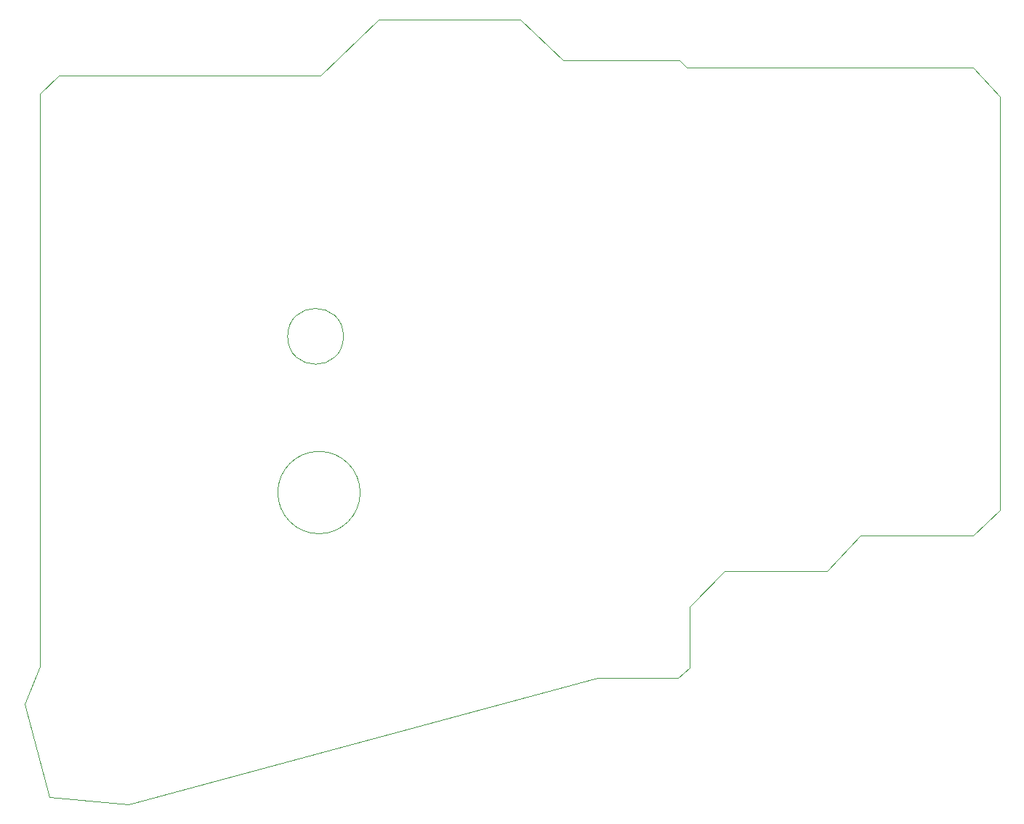
<source format=gbr>
G04 #@! TF.GenerationSoftware,KiCad,Pcbnew,(5.1.4)-1*
G04 #@! TF.CreationDate,2023-01-08T18:52:40-05:00*
G04 #@! TF.ProjectId,ThumbsUp,5468756d-6273-4557-902e-6b696361645f,rev?*
G04 #@! TF.SameCoordinates,Original*
G04 #@! TF.FileFunction,Profile,NP*
%FSLAX46Y46*%
G04 Gerber Fmt 4.6, Leading zero omitted, Abs format (unit mm)*
G04 Created by KiCad (PCBNEW (5.1.4)-1) date 2023-01-08 18:52:40*
%MOMM*%
%LPD*%
G04 APERTURE LIST*
%ADD10C,0.050000*%
G04 APERTURE END LIST*
D10*
X188800000Y-566000000D02*
G75*
G03X188800000Y-566000000I-4800000J0D01*
G01*
X186850000Y-547800000D02*
G75*
G03X186850000Y-547800000I-3250000J0D01*
G01*
X216412025Y-587610323D02*
X161803913Y-602309185D01*
X227212025Y-586410323D02*
X227212025Y-579310322D01*
X190912025Y-510910322D02*
X184212025Y-517410322D01*
X243162025Y-575160322D02*
X231212025Y-575160322D01*
X212412025Y-515660323D02*
X207462025Y-510910322D01*
X225962025Y-515660322D02*
X226812025Y-516510322D01*
X231212025Y-575160322D02*
X227212025Y-579310322D01*
X260212025Y-516510323D02*
X263312025Y-519910322D01*
X247312025Y-571010323D02*
X260212024Y-571010322D01*
X190912025Y-510910322D02*
X207462025Y-510910322D01*
X260212025Y-516510323D02*
X226812025Y-516510322D01*
X216612025Y-587610322D02*
X225812025Y-587610323D01*
X243162025Y-575160322D02*
X247112025Y-571010322D01*
X216612025Y-587610322D02*
X216412025Y-587610323D01*
X227212025Y-586410323D02*
X225812025Y-587610323D01*
X212412025Y-515660323D02*
X225962025Y-515660322D01*
X184212025Y-517410322D02*
X153712026Y-517410322D01*
X151523238Y-521314941D02*
X151497497Y-560886766D01*
X151514855Y-578916095D02*
X151509034Y-577896466D01*
X263312025Y-568010323D02*
X260212024Y-571010322D01*
X151521905Y-519556391D02*
X153712026Y-517410322D01*
X247312025Y-571010323D02*
X247112025Y-571010322D01*
X152582510Y-601446632D02*
X161803913Y-602309185D01*
X151502490Y-586234349D02*
X149704378Y-590684833D01*
X151497497Y-560886766D02*
X151509034Y-577896466D01*
X151502490Y-586234349D02*
X151514855Y-578916095D01*
X152582510Y-601446632D02*
X149704378Y-590684833D01*
X151523238Y-521314941D02*
X151521905Y-519556391D01*
X263312025Y-519910322D02*
X263312025Y-568010323D01*
M02*

</source>
